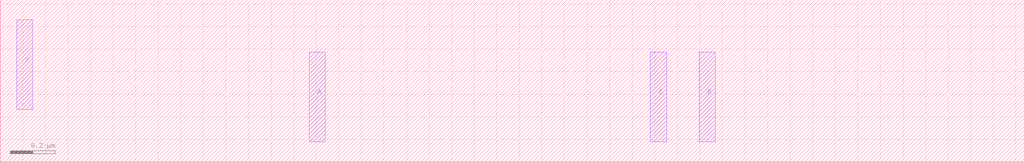
<source format=lef>
VERSION 5.6 ;
BUSBITCHARS "[]" ;
DIVIDERCHAR "/" ;

MACRO AND2x2
  CLASS CORE ;
  ORIGIN 0 0 ;
  FOREIGN AND2x2 0 0 ;
SIZE 1.296 BY 0.72 ;
  SYMMETRY X Y ;
  SITE coreSite ;
  PIN A
    DIRECTION INPUT ;
    USE SIGNAL ;
    PORT
      LAYER M1 ;
RECT 0.72 0.232 0.792 0.632 ;
    END
  END A
  PIN B
    DIRECTION INPUT ;
    USE SIGNAL ;
    PORT
      LAYER M1 ;
RECT 0.936 0.088 1.008 0.488 ;
    END
  END B
  PIN Y
    DIRECTION OUTPUT ;
    USE SIGNAL ;
    PORT
      LAYER M1 ;
RECT 0.504 0.232 0.576 0.632 ;
    END
  END Y
END AND2x2

MACRO AND3x1
  CLASS CORE ;
  ORIGIN 0 0 ;
  FOREIGN AND3x1 0 0 ;
SIZE 1.296 BY 0.72 ;
  SYMMETRY X Y ;
  SITE coreSite ;
  PIN A
    DIRECTION INPUT ;
    USE SIGNAL ;
    PORT
      LAYER M1 ;
RECT 0.936 0.088 1.008 0.488 ;
    END
  END A
  PIN B
    DIRECTION INPUT ;
    USE SIGNAL ;
    PORT
      LAYER M1 ;
RECT 0.72 0.232 0.792 0.632 ;
    END
  END B
  PIN C
    DIRECTION INPUT ;
    USE SIGNAL ;
    PORT
      LAYER M1 ;
RECT 0.504 0.232 0.576 0.632 ;
    END
  END C
  PIN Y
    DIRECTION OUTPUT ;
    USE SIGNAL ;
    PORT
      LAYER M1 ;
RECT 0.288 0.088 0.36 0.488 ;
    END
  END Y
END AND3x1

MACRO AND3x2
  CLASS CORE ;
  ORIGIN 0 0 ;
  FOREIGN AND3x2 0 0 ;
SIZE 1.512 BY 0.72 ;
  SYMMETRY X Y ;
  SITE coreSite ;
  PIN A
    DIRECTION INPUT ;
    USE SIGNAL ;
    PORT
      LAYER M1 ;
RECT 1.152 0.232 1.224 0.632 ;
    END
  END A
  PIN B
    DIRECTION INPUT ;
    USE SIGNAL ;
    PORT
      LAYER M1 ;
RECT 0.936 0.088 1.008 0.488 ;
    END
  END B
  PIN C
    DIRECTION INPUT ;
    USE SIGNAL ;
    PORT
      LAYER M1 ;
RECT 0.72 0.232 0.792 0.632 ;
    END
  END C
  PIN Y
    DIRECTION OUTPUT ;
    USE SIGNAL ;
    PORT
      LAYER M1 ;
RECT 0.504 0.088 0.576 0.488 ;
    END
  END Y
END AND3x2

MACRO AOI21x1
  CLASS CORE ;
  ORIGIN 0 0 ;
  FOREIGN AOI21x1 0 0 ;
SIZE 1.944 BY 0.72 ;
  SYMMETRY X Y ;
  SITE coreSite ;
  PIN A1
    DIRECTION INPUT ;
    USE SIGNAL ;
    PORT
      LAYER M1 ;
RECT 1.368 0.088 1.44 0.488 ;
    END
  END A1
  PIN A2
    DIRECTION INPUT ;
    USE SIGNAL ;
    PORT
      LAYER M1 ;
RECT 1.152 0.088 1.224 0.488 ;
    END
  END A2
  PIN B
    DIRECTION INPUT ;
    USE SIGNAL ;
    PORT
      LAYER M1 ;
RECT 0.504 0.088 0.576 0.488 ;
    END
  END B
  PIN Y
    DIRECTION OUTPUT ;
    USE SIGNAL ;
    PORT
      LAYER M1 ;
RECT 0.288 0.232 0.36 0.632 ;
    END
  END Y
END AOI21x1

MACRO AOI22x1
  CLASS CORE ;
  ORIGIN 0 0 ;
  FOREIGN AOI22x1 0 0 ;
SIZE 2.376 BY 0.72 ;
  SYMMETRY X Y ;
  SITE coreSite ;
  PIN A1
    DIRECTION INPUT ;
    USE SIGNAL ;
    PORT
      LAYER M1 ;
RECT 1.368 0.232 1.44 0.632 ;
    END
  END A1
  PIN A2
    DIRECTION INPUT ;
    USE SIGNAL ;
    PORT
      LAYER M1 ;
RECT 0.72 0.232 0.792 0.632 ;
    END
  END A2
  PIN B1
    DIRECTION INPUT ;
    USE SIGNAL ;
    PORT
      LAYER M1 ;
RECT 2.016 0.088 2.088 0.488 ;
    END
  END B1
  PIN B2
    DIRECTION INPUT ;
    USE SIGNAL ;
    PORT
      LAYER M1 ;
RECT 0.288 0.232 0.36 0.632 ;
    END
  END B2
  PIN Y
    DIRECTION OUTPUT ;
    USE SIGNAL ;
    PORT
      LAYER M1 ;
RECT 0.072 0.088 0.144 0.488 ;
    END
  END Y
  OBS
    LAYER M1 ;
RECT 1.8 0.376 1.872 0.632 ;
RECT 0.504 0.376 0.576 0.632 ;
    LAYER M2 ;
RECT 0.484 0.54 1.892 0.612 ;
    LAYER V1 ;
RECT 1.8 0.54 1.872 0.612 ;
RECT 0.504 0.54 0.576 0.612 ;
  END
END AOI22x1

MACRO BUFx2
  CLASS CORE ;
  ORIGIN 0 0 ;
  FOREIGN BUFx2 0 0 ;
SIZE 1.08 BY 0.72 ;
  SYMMETRY X Y ;
  SITE coreSite ;
  PIN A
    DIRECTION INPUT ;
    USE SIGNAL ;
    PORT
      LAYER M1 ;
RECT 0.72 0.232 0.792 0.632 ;
    END
  END A
  PIN Y
    DIRECTION OUTPUT ;
    USE SIGNAL ;
    PORT
      LAYER M1 ;
RECT 0.504 0.088 0.576 0.488 ;
    END
  END Y
END BUFx2

MACRO BUFx3
  CLASS CORE ;
  ORIGIN 0 0 ;
  FOREIGN BUFx3 0 0 ;
SIZE 1.296 BY 0.72 ;
  SYMMETRY X Y ;
  SITE coreSite ;
  PIN A
    DIRECTION INPUT ;
    USE SIGNAL ;
    PORT
      LAYER M1 ;
RECT 0.936 0.232 1.008 0.632 ;
    END
  END A
  PIN Y
    DIRECTION OUTPUT ;
    USE SIGNAL ;
    PORT
      LAYER M1 ;
RECT 0.504 0.088 0.576 0.488 ;
    END
  END Y
END BUFx3

MACRO BUFx4
  CLASS CORE ;
  ORIGIN 0 0 ;
  FOREIGN BUFx4 0 0 ;
SIZE 1.512 BY 0.72 ;
  SYMMETRY X Y ;
  SITE coreSite ;
  PIN A
    DIRECTION INPUT ;
    USE SIGNAL ;
    PORT
      LAYER M1 ;
RECT 1.152 0.088 1.224 0.488 ;
    END
  END A
  PIN Y
    DIRECTION OUTPUT ;
    USE SIGNAL ;
    PORT
      LAYER M1 ;
RECT 0.504 0.232 0.576 0.632 ;
    END
  END Y
END BUFx4

MACRO BUFx8
  CLASS CORE ;
  ORIGIN 0 0 ;
  FOREIGN BUFx8 0 0 ;
SIZE 2.592 BY 0.72 ;
  SYMMETRY X Y ;
  SITE coreSite ;
  PIN A
    DIRECTION INPUT ;
    USE SIGNAL ;
    PORT
      LAYER M1 ;
RECT 0.288 0.088 0.36 0.488 ;
    END
  END A
  PIN Y
    DIRECTION OUTPUT ;
    USE SIGNAL ;
    PORT
      LAYER M1 ;
RECT 1.8 0.232 1.872 0.632 ;
    END
  END Y
END BUFx8

MACRO DFFHQNx1
  CLASS CORE ;
  ORIGIN 0 0 ;
  FOREIGN DFFHQNx1 0 0 ;
SIZE 3.24 BY 0.72 ;
  SYMMETRY X Y ;
  SITE coreSite ;
  PIN CLK
    DIRECTION OUTPUT ;
    USE CLOCK ;
    PORT
      LAYER M1 ;
RECT 0.288 0.232 0.36 0.632 ;
    END
  END CLK
  PIN D
    DIRECTION INPUT ;
    USE SIGNAL ;
    PORT
      LAYER M1 ;
RECT 1.152 0.088 1.224 0.488 ;
    END
  END D
  PIN QN
    DIRECTION OUTPUT ;
    USE SIGNAL ;
    PORT
      LAYER M1 ;
RECT 0.504 0.088 0.576 0.488 ;
    END
  END QN
  OBS
    LAYER M1 ;
RECT 2.232 0.232 2.304 0.488 ;
RECT 1.584 0.232 1.656 0.488 ;
    LAYER M2 ;
RECT 1.564 0.252 2.324 0.324 ;
    LAYER V1 ;
RECT 2.232 0.252 2.304 0.324 ;
RECT 1.584 0.252 1.656 0.324 ;
  END
END DFFHQNx1

MACRO DFFHQNx2
  CLASS CORE ;
  ORIGIN 0 0 ;
  FOREIGN DFFHQNx2 0 0 ;
SIZE 3.456 BY 0.72 ;
  SYMMETRY X Y ;
  SITE coreSite ;
  PIN CLK
    DIRECTION OUTPUT ;
    USE CLOCK ;
    PORT
      LAYER M1 ;
RECT 3.096 0.232 3.168 0.632 ;
    END
  END CLK
  PIN D
    DIRECTION INPUT ;
    USE SIGNAL ;
    PORT
      LAYER M1 ;
RECT 0.288 0.088 0.36 0.488 ;
    END
  END D
  PIN QN
    DIRECTION OUTPUT ;
    USE SIGNAL ;
    PORT
      LAYER M1 ;
RECT 2.232 0.232 2.304 0.632 ;
    END
  END QN
  OBS
    LAYER M1 ;
RECT 2.448 0.376 2.52 0.632 ;
RECT 1.8 0.376 1.872 0.632 ;
    LAYER M2 ;
RECT 1.78 0.396 2.54 0.468 ;
    LAYER V1 ;
RECT 2.448 0.396 2.52 0.468 ;
RECT 1.8 0.396 1.872 0.468 ;
  END
END DFFHQNx2

MACRO DFFHQNx3
  CLASS CORE ;
  ORIGIN 0 0 ;
  FOREIGN DFFHQNx3 0 0 ;
SIZE 3.672 BY 0.72 ;
  SYMMETRY X Y ;
  SITE coreSite ;
  PIN CLK
    DIRECTION OUTPUT ;
    USE CLOCK ;
    PORT
      LAYER M1 ;
RECT 0.288 0.232 0.36 0.632 ;
    END
  END CLK
  PIN D
    DIRECTION INPUT ;
    USE SIGNAL ;
    PORT
      LAYER M1 ;
RECT 1.584 0.088 1.656 0.488 ;
    END
  END D
  PIN QN
    DIRECTION OUTPUT ;
    USE SIGNAL ;
    PORT
      LAYER M1 ;
RECT 0.504 0.088 0.576 0.488 ;
    END
  END QN
  OBS
    LAYER M1 ;
RECT 2.664 0.232 2.736 0.488 ;
RECT 2.016 0.088 2.088 0.344 ;
    LAYER M2 ;
RECT 1.996 0.252 2.756 0.324 ;
    LAYER V1 ;
RECT 2.664 0.252 2.736 0.324 ;
RECT 2.016 0.252 2.088 0.324 ;
  END
END DFFHQNx3

MACRO DHLx1
  CLASS CORE ;
  ORIGIN 0 0 ;
  FOREIGN DHLx1 0 0 ;
SIZE 2.376 BY 0.72 ;
  SYMMETRY X Y ;
  SITE coreSite ;
  PIN CLK
    DIRECTION OUTPUT ;
    USE CLOCK ;
    PORT
      LAYER M1 ;
RECT 0.288 0.232 0.36 0.632 ;
    END
  END CLK
  PIN D
    DIRECTION INPUT ;
    USE SIGNAL ;
    PORT
      LAYER M1 ;
RECT 1.8 0.088 1.872 0.488 ;
    END
  END D
  PIN Q
    DIRECTION OUTPUT ;
    USE SIGNAL ;
    PORT
      LAYER M1 ;
RECT 2.016 0.232 2.088 0.632 ;
    END
  END Q
END DHLx1

MACRO DHLx2
  CLASS CORE ;
  ORIGIN 0 0 ;
  FOREIGN DHLx2 0 0 ;
SIZE 2.592 BY 0.72 ;
  SYMMETRY X Y ;
  SITE coreSite ;
  PIN CLK
    DIRECTION OUTPUT ;
    USE CLOCK ;
    PORT
      LAYER M1 ;
RECT 0.288 0.088 0.36 0.488 ;
    END
  END CLK
  PIN D
    DIRECTION INPUT ;
    USE SIGNAL ;
    PORT
      LAYER M1 ;
RECT 0.936 0.232 1.008 0.632 ;
    END
  END D
  PIN Q
    DIRECTION OUTPUT ;
    USE SIGNAL ;
    PORT
      LAYER M1 ;
RECT 1.8 0.232 1.872 0.632 ;
    END
  END Q
END DHLx2

MACRO DHLx3
  CLASS CORE ;
  ORIGIN 0 0 ;
  FOREIGN DHLx3 0 0 ;
SIZE 2.808 BY 0.72 ;
  SYMMETRY X Y ;
  SITE coreSite ;
  PIN CLK
    DIRECTION OUTPUT ;
    USE CLOCK ;
    PORT
      LAYER M1 ;
RECT 1.368 0.232 1.44 0.632 ;
    END
  END CLK
  PIN D
    DIRECTION INPUT ;
    USE SIGNAL ;
    PORT
      LAYER M1 ;
RECT 2.232 0.088 2.304 0.488 ;
    END
  END D
  PIN Q
    DIRECTION OUTPUT ;
    USE SIGNAL ;
    PORT
      LAYER M1 ;
RECT 0.72 0.232 0.792 0.632 ;
    END
  END Q
END DHLx3

MACRO INVx1
  CLASS CORE ;
  ORIGIN 0 0 ;
  FOREIGN INVx1 0 0 ;
SIZE 0.648 BY 0.72 ;
  SYMMETRY X Y ;
  SITE coreSite ;
  PIN A
    DIRECTION INPUT ;
    USE SIGNAL ;
    PORT
      LAYER M1 ;
RECT 0.288 0.088 0.36 0.488 ;
    END
  END A
  PIN Y
    DIRECTION OUTPUT ;
    USE SIGNAL ;
    PORT
      LAYER M1 ;
RECT 0.072 0.232 0.144 0.632 ;
    END
  END Y
END INVx1

MACRO INVx2
  CLASS CORE ;
  ORIGIN 0 0 ;
  FOREIGN INVx2 0 0 ;
SIZE 0.864 BY 0.72 ;
  SYMMETRY X Y ;
  SITE coreSite ;
  PIN A
    DIRECTION INPUT ;
    USE SIGNAL ;
    PORT
      LAYER M1 ;
RECT 0.504 0.232 0.576 0.632 ;
    END
  END A
  PIN Y
    DIRECTION OUTPUT ;
    USE SIGNAL ;
    PORT
      LAYER M1 ;
RECT 0.288 0.088 0.36 0.488 ;
    END
  END Y
END INVx2

MACRO INVx4
  CLASS CORE ;
  ORIGIN 0 0 ;
  FOREIGN INVx4 0 0 ;
SIZE 1.296 BY 0.72 ;
  SYMMETRY X Y ;
  SITE coreSite ;
  PIN A
    DIRECTION INPUT ;
    USE SIGNAL ;
    PORT
      LAYER M1 ;
RECT 0.936 0.088 1.008 0.488 ;
    END
  END A
  PIN Y
    DIRECTION OUTPUT ;
    USE SIGNAL ;
    PORT
      LAYER M1 ;
RECT 0.288 0.232 0.36 0.632 ;
    END
  END Y
END INVx4

MACRO INVx8
  CLASS CORE ;
  ORIGIN 0 0 ;
  FOREIGN INVx8 0 0 ;
SIZE 2.16 BY 0.72 ;
  SYMMETRY X Y ;
  SITE coreSite ;
  PIN A
    DIRECTION INPUT ;
    USE SIGNAL ;
    PORT
      LAYER M1 ;
RECT 0.288 0.088 0.36 0.488 ;
    END
  END A
  PIN Y
    DIRECTION OUTPUT ;
    USE SIGNAL ;
    PORT
      LAYER M1 ;
RECT 0.072 0.232 0.144 0.632 ;
    END
  END Y
END INVx8

MACRO NAND2x1
  CLASS CORE ;
  ORIGIN 0 0 ;
  FOREIGN NAND2x1 0 0 ;
SIZE 1.296 BY 0.72 ;
  SYMMETRY X Y ;
  SITE coreSite ;
  PIN A
    DIRECTION INPUT ;
    USE SIGNAL ;
    PORT
      LAYER M1 ;
RECT 0.72 0.088 0.792 0.488 ;
    END
  END A
  PIN B
    DIRECTION INPUT ;
    USE SIGNAL ;
    PORT
      LAYER M1 ;
RECT 0.504 0.232 0.576 0.632 ;
    END
  END B
  PIN Y
    DIRECTION OUTPUT ;
    USE SIGNAL ;
    PORT
      LAYER M1 ;
RECT 0.288 0.232 0.36 0.632 ;
    END
  END Y
END NAND2x1

MACRO NAND2x2
  CLASS CORE ;
  ORIGIN 0 0 ;
  FOREIGN NAND2x2 0 0 ;
SIZE 2.16 BY 0.72 ;
  SYMMETRY X Y ;
  SITE coreSite ;
  PIN A
    DIRECTION INPUT ;
    USE SIGNAL ;
    PORT
      LAYER M1 ;
RECT 1.8 0.232 1.872 0.632 ;
    END
  END A
  PIN B
    DIRECTION INPUT ;
    USE SIGNAL ;
    PORT
      LAYER M1 ;
RECT 0.936 0.232 1.008 0.632 ;
    END
  END B
  PIN Y
    DIRECTION OUTPUT ;
    USE SIGNAL ;
    PORT
      LAYER M1 ;
RECT 0.288 0.088 0.36 0.488 ;
    END
  END Y
END NAND2x2

MACRO NAND3x1
  CLASS CORE ;
  ORIGIN 0 0 ;
  FOREIGN NAND3x1 0 0 ;
SIZE 2.376 BY 0.72 ;
  SYMMETRY X Y ;
  SITE coreSite ;
  PIN A
    DIRECTION INPUT ;
    USE SIGNAL ;
    PORT
      LAYER M1 ;
RECT 0.72 0.232 0.792 0.632 ;
    END
  END A
  PIN B
    DIRECTION INPUT ;
    USE SIGNAL ;
    PORT
      LAYER M1 ;
RECT 1.368 0.232 1.44 0.632 ;
    END
  END B
  PIN C
    DIRECTION INPUT ;
    USE SIGNAL ;
    PORT
      LAYER M1 ;
RECT 1.584 0.232 1.656 0.632 ;
    END
  END C
  PIN Y
    DIRECTION OUTPUT ;
    USE SIGNAL ;
    PORT
      LAYER M1 ;
RECT 2.016 0.088 2.088 0.488 ;
    END
  END Y
END NAND3x1

MACRO NAND3x2
  CLASS CORE ;
  ORIGIN 0 0 ;
  FOREIGN NAND3x2 0 0 ;
SIZE 4.536 BY 0.72 ;
  SYMMETRY X Y ;
  SITE coreSite ;
  PIN A
    DIRECTION INPUT ;
    USE SIGNAL ;
    PORT
      LAYER M1 ;
RECT 1.368 0.088 1.44 0.488 ;
    END
  END A
  PIN B
    DIRECTION INPUT ;
    USE SIGNAL ;
    PORT
      LAYER M1 ;
RECT 3.096 0.088 3.168 0.488 ;
    END
  END B
  PIN C
    DIRECTION INPUT ;
    USE SIGNAL ;
    PORT
      LAYER M1 ;
RECT 2.88 0.088 2.952 0.488 ;
    END
  END C
  PIN Y
    DIRECTION OUTPUT ;
    USE SIGNAL ;
    PORT
      LAYER M1 ;
RECT 0.072 0.232 0.144 0.632 ;
    END
  END Y
END NAND3x2

MACRO NOR2x1
  CLASS CORE ;
  ORIGIN 0 0 ;
  FOREIGN NOR2x1 0 0 ;
SIZE 1.296 BY 0.72 ;
  SYMMETRY X Y ;
  SITE coreSite ;
  PIN A
    DIRECTION INPUT ;
    USE SIGNAL ;
    PORT
      LAYER M1 ;
RECT 0.288 0.232 0.36 0.632 ;
    END
  END A
  PIN B
    DIRECTION INPUT ;
    USE SIGNAL ;
    PORT
      LAYER M1 ;
RECT 0.72 0.088 0.792 0.488 ;
    END
  END B
  PIN Y
    DIRECTION OUTPUT ;
    USE SIGNAL ;
    PORT
      LAYER M1 ;
RECT 0.936 0.088 1.008 0.488 ;
    END
  END Y
END NOR2x1

MACRO NOR2x2
  CLASS CORE ;
  ORIGIN 0 0 ;
  FOREIGN NOR2x2 0 0 ;
SIZE 2.16 BY 0.72 ;
  SYMMETRY X Y ;
  SITE coreSite ;
  PIN A
    DIRECTION INPUT ;
    USE SIGNAL ;
    PORT
      LAYER M1 ;
RECT 0.288 0.088 0.36 0.488 ;
    END
  END A
  PIN B
    DIRECTION INPUT ;
    USE SIGNAL ;
    PORT
      LAYER M1 ;
RECT 1.152 0.088 1.224 0.488 ;
    END
  END B
  PIN Y
    DIRECTION OUTPUT ;
    USE SIGNAL ;
    PORT
      LAYER M1 ;
RECT 1.8 0.232 1.872 0.632 ;
    END
  END Y
END NOR2x2

MACRO NOR3x1
  CLASS CORE ;
  ORIGIN 0 0 ;
  FOREIGN NOR3x1 0 0 ;
SIZE 2.376 BY 0.72 ;
  SYMMETRY X Y ;
  SITE coreSite ;
  PIN A
    DIRECTION INPUT ;
    USE SIGNAL ;
    PORT
      LAYER M1 ;
RECT 2.016 0.232 2.088 0.632 ;
    END
  END A
  PIN B
    DIRECTION INPUT ;
    USE SIGNAL ;
    PORT
      LAYER M1 ;
RECT 0.936 0.232 1.008 0.632 ;
    END
  END B
  PIN C
    DIRECTION INPUT ;
    USE SIGNAL ;
    PORT
      LAYER M1 ;
RECT 0.288 0.232 0.36 0.632 ;
    END
  END C
  PIN Y
    DIRECTION OUTPUT ;
    USE SIGNAL ;
    PORT
      LAYER M1 ;
RECT 0.504 0.088 0.576 0.488 ;
    END
  END Y
  OBS
    LAYER M1 ;
RECT 1.8 0.088 1.872 0.632 ;
  END
END NOR3x1

MACRO NOR3x2
  CLASS CORE ;
  ORIGIN 0 0 ;
  FOREIGN NOR3x2 0 0 ;
SIZE 4.536 BY 0.72 ;
  SYMMETRY X Y ;
  SITE coreSite ;
  PIN A
    DIRECTION INPUT ;
    USE SIGNAL ;
    PORT
      LAYER M1 ;
RECT 1.8 0.232 1.872 0.632 ;
    END
  END A
  PIN B
    DIRECTION INPUT ;
    USE SIGNAL ;
    PORT
      LAYER M1 ;
RECT 4.176 0.232 4.248 0.632 ;
    END
  END B
  PIN C
    DIRECTION INPUT ;
    USE SIGNAL ;
    PORT
      LAYER M1 ;
RECT 1.368 0.232 1.44 0.632 ;
    END
  END C
  PIN Y
    DIRECTION OUTPUT ;
    USE SIGNAL ;
    PORT
      LAYER M1 ;
RECT 0.72 0.088 0.792 0.488 ;
    END
  END Y
  OBS
    LAYER M1 ;
RECT 2.88 0.232 2.952 0.632 ;
RECT 2.664 0.088 2.736 0.632 ;
RECT 2.448 0.088 2.52 0.344 ;
    LAYER M2 ;
RECT 2.428 0.252 2.972 0.324 ;
    LAYER V1 ;
RECT 2.88 0.252 2.952 0.324 ;
RECT 2.448 0.252 2.52 0.324 ;
  END
END NOR3x2

MACRO OAI21x1
  CLASS CORE ;
  ORIGIN 0 0 ;
  FOREIGN OAI21x1 0 0 ;
SIZE 1.944 BY 0.72 ;
  SYMMETRY X Y ;
  SITE coreSite ;
  PIN A1
    DIRECTION INPUT ;
    USE SIGNAL ;
    PORT
      LAYER M1 ;
RECT 0.504 0.088 0.576 0.488 ;
    END
  END A1
  PIN A2
    DIRECTION INPUT ;
    USE SIGNAL ;
    PORT
      LAYER M1 ;
RECT 0.72 0.088 0.792 0.488 ;
    END
  END A2
  PIN B
    DIRECTION INPUT ;
    USE SIGNAL ;
    PORT
      LAYER M1 ;
RECT 1.368 0.088 1.44 0.488 ;
    END
  END B
  PIN Y
    DIRECTION OUTPUT ;
    USE SIGNAL ;
    PORT
      LAYER M1 ;
RECT 1.584 0.232 1.656 0.632 ;
    END
  END Y
END OAI21x1

MACRO OAI22x1
  CLASS CORE ;
  ORIGIN 0 0 ;
  FOREIGN OAI22x1 0 0 ;
SIZE 2.376 BY 0.72 ;
  SYMMETRY X Y ;
  SITE coreSite ;
  PIN A1
    DIRECTION INPUT ;
    USE SIGNAL ;
    PORT
      LAYER M1 ;
RECT 0.504 0.232 0.576 0.632 ;
    END
  END A1
  PIN A2
    DIRECTION INPUT ;
    USE SIGNAL ;
    PORT
      LAYER M1 ;
RECT 0.72 0.232 0.792 0.632 ;
    END
  END A2
  PIN B1
    DIRECTION INPUT ;
    USE SIGNAL ;
    PORT
      LAYER M1 ;
RECT 1.8 0.088 1.872 0.488 ;
    END
  END B1
  PIN B2
    DIRECTION INPUT ;
    USE SIGNAL ;
    PORT
      LAYER M1 ;
RECT 1.368 0.232 1.44 0.632 ;
    END
  END B2
  PIN Y
    DIRECTION OUTPUT ;
    USE SIGNAL ;
    PORT
      LAYER M1 ;
RECT 1.584 0.088 1.656 0.488 ;
    END
  END Y
END OAI22x1

MACRO OR2x2
  CLASS CORE ;
  ORIGIN 0 0 ;
  FOREIGN OR2x2 0 0 ;
SIZE 1.296 BY 0.72 ;
  SYMMETRY X Y ;
  SITE coreSite ;
  PIN A
    DIRECTION INPUT ;
    USE SIGNAL ;
    PORT
      LAYER M1 ;
RECT 0.72 0.232 0.792 0.632 ;
    END
  END A
  PIN B
    DIRECTION INPUT ;
    USE SIGNAL ;
    PORT
      LAYER M1 ;
RECT 0.936 0.088 1.008 0.488 ;
    END
  END B
  PIN Y
    DIRECTION OUTPUT ;
    USE SIGNAL ;
    PORT
      LAYER M1 ;
RECT 0.288 0.232 0.36 0.632 ;
    END
  END Y
END OR2x2

MACRO OR3x1
  CLASS CORE ;
  ORIGIN 0 0 ;
  FOREIGN OR3x1 0 0 ;
SIZE 1.296 BY 0.72 ;
  SYMMETRY X Y ;
  SITE coreSite ;
  PIN A
    DIRECTION INPUT ;
    USE SIGNAL ;
    PORT
      LAYER M1 ;
RECT 0.936 0.232 1.008 0.632 ;
    END
  END A
  PIN B
    DIRECTION INPUT ;
    USE SIGNAL ;
    PORT
      LAYER M1 ;
RECT 0.72 0.088 0.792 0.488 ;
    END
  END B
  PIN C
    DIRECTION INPUT ;
    USE SIGNAL ;
    PORT
      LAYER M1 ;
RECT 0.504 0.088 0.576 0.488 ;
    END
  END C
  PIN Y
    DIRECTION OUTPUT ;
    USE SIGNAL ;
    PORT
      LAYER M1 ;
RECT 0.072 0.088 0.144 0.488 ;
    END
  END Y
END OR3x1

MACRO OR3x2
  CLASS CORE ;
  ORIGIN 0 0 ;
  FOREIGN OR3x2 0 0 ;
SIZE 1.512 BY 0.72 ;
  SYMMETRY X Y ;
  SITE coreSite ;
  PIN A
    DIRECTION INPUT ;
    USE SIGNAL ;
    PORT
      LAYER M1 ;
RECT 1.152 0.232 1.224 0.632 ;
    END
  END A
  PIN B
    DIRECTION INPUT ;
    USE SIGNAL ;
    PORT
      LAYER M1 ;
RECT 0.936 0.232 1.008 0.632 ;
    END
  END B
  PIN C
    DIRECTION INPUT ;
    USE SIGNAL ;
    PORT
      LAYER M1 ;
RECT 0.72 0.088 0.792 0.488 ;
    END
  END C
  PIN Y
    DIRECTION OUTPUT ;
    USE SIGNAL ;
    PORT
      LAYER M1 ;
RECT 0.288 0.232 0.36 0.632 ;
    END
  END Y
END OR3x2

MACRO XNOR2x1
  CLASS CORE ;
  ORIGIN 0 0 ;
  FOREIGN XNOR2x1 0 0 ;
SIZE 2.376 BY 0.72 ;
  SYMMETRY X Y ;
  SITE coreSite ;
  PIN A
    DIRECTION INPUT ;
    USE SIGNAL ;
    PORT
      LAYER M1 ;
RECT 1.584 0.232 1.656 0.632 ;
    END
  END A
  PIN B
    DIRECTION INPUT ;
    USE SIGNAL ;
    PORT
      LAYER M1 ;
RECT 0.288 0.232 0.36 0.632 ;
    END
  END B
  PIN Y
    DIRECTION OUTPUT ;
    USE SIGNAL ;
    PORT
      LAYER M1 ;
RECT 0.072 0.088 0.144 0.488 ;
    END
  END Y
  OBS
    LAYER M1 ;
RECT 1.368 0.088 1.44 0.488 ;
RECT 0.504 0.376 0.576 0.632 ;
    LAYER M2 ;
RECT 0.484 0.396 1.46 0.468 ;
    LAYER V1 ;
RECT 1.368 0.396 1.44 0.468 ;
RECT 0.504 0.396 0.576 0.468 ;
  END
END XNOR2x1

MACRO XOR2x1
  CLASS CORE ;
  ORIGIN 0 0 ;
  FOREIGN XOR2x1 0 0 ;
SIZE 2.376 BY 0.72 ;
  SYMMETRY X Y ;
  SITE coreSite ;
  PIN A
    DIRECTION INPUT ;
    USE SIGNAL ;
    PORT
      LAYER M1 ;
RECT 1.584 0.232 1.656 0.632 ;
    END
  END A
  PIN B
    DIRECTION INPUT ;
    USE SIGNAL ;
    PORT
      LAYER M1 ;
RECT 0.72 0.232 0.792 0.632 ;
    END
  END B
  PIN Y
    DIRECTION OUTPUT ;
    USE SIGNAL ;
    PORT
      LAYER M1 ;
RECT 0.072 0.232 0.144 0.632 ;
    END
  END Y
  OBS
    LAYER M1 ;
RECT 1.368 0.376 1.44 0.632 ;
RECT 0.504 0.232 0.576 0.488 ;
    LAYER M2 ;
RECT 0.484 0.396 1.46 0.468 ;
    LAYER V1 ;
RECT 1.368 0.396 1.44 0.468 ;
RECT 0.504 0.396 0.576 0.468 ;
  END
END XOR2x1

END LIBRARY

</source>
